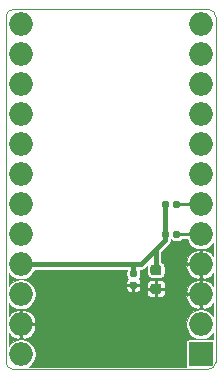
<source format=gbr>
%TF.GenerationSoftware,KiCad,Pcbnew,5.1.7+dfsg1-1~bpo10+1*%
%TF.CreationDate,Date%
%TF.ProjectId,ProMicro_TEST,50726f4d-6963-4726-9f5f-544553542e6b,v1.0*%
%TF.SameCoordinates,Original*%
%TF.FileFunction,Copper,L2,Bot*%
%TF.FilePolarity,Positive*%
%FSLAX45Y45*%
G04 Gerber Fmt 4.5, Leading zero omitted, Abs format (unit mm)*
G04 Created by KiCad*
%MOMM*%
%LPD*%
G01*
G04 APERTURE LIST*
%TA.AperFunction,Profile*%
%ADD10C,0.100000*%
%TD*%
%TA.AperFunction,ComponentPad*%
%ADD11R,2.000000X2.000000*%
%TD*%
%TA.AperFunction,ComponentPad*%
%ADD12O,2.000000X2.000000*%
%TD*%
%TA.AperFunction,Conductor*%
%ADD13C,0.400000*%
%TD*%
%TA.AperFunction,Conductor*%
%ADD14C,0.250000*%
%TD*%
%TA.AperFunction,Conductor*%
%ADD15C,0.125000*%
%TD*%
%TA.AperFunction,Conductor*%
%ADD16C,0.150000*%
%TD*%
%ADD17C,0.350000*%
G04 APERTURE END LIST*
D10*
X127000Y2857500D02*
X127000Y-63500D01*
X-1651000Y-63500D02*
X-1651000Y2857500D01*
X-1587500Y-127000D02*
G75*
G02*
X-1651000Y-63500I0J63500D01*
G01*
X127000Y-63500D02*
G75*
G02*
X63500Y-127000I-63500J0D01*
G01*
X63500Y2921000D02*
G75*
G02*
X127000Y2857500I0J-63500D01*
G01*
X-1651000Y2857500D02*
G75*
G02*
X-1587500Y2921000I63500J0D01*
G01*
X63500Y-127000D02*
X-1587500Y-127000D01*
X-1587500Y2921000D02*
X63500Y2921000D01*
D11*
X0Y0D03*
D12*
X0Y254000D03*
X0Y508000D03*
X-1524000Y2794000D03*
X0Y762000D03*
X-1524000Y2540000D03*
X0Y1016000D03*
X-1524000Y2286000D03*
X0Y1270000D03*
X-1524000Y2032000D03*
X0Y1524000D03*
X-1524000Y1778000D03*
X0Y1778000D03*
X-1524000Y1524000D03*
X0Y2032000D03*
X-1524000Y1270000D03*
X0Y2286000D03*
X-1524000Y1016000D03*
X0Y2540000D03*
X-1524000Y762000D03*
X0Y2794000D03*
X-1524000Y508000D03*
X-1524000Y254000D03*
X-1524000Y0D03*
%TA.AperFunction,SMDPad,CuDef*%
G36*
G01*
X-273000Y1033250D02*
X-273000Y998750D01*
G75*
G02*
X-287750Y984000I-14750J0D01*
G01*
X-317250Y984000D01*
G75*
G02*
X-332000Y998750I0J14750D01*
G01*
X-332000Y1033250D01*
G75*
G02*
X-317250Y1048000I14750J0D01*
G01*
X-287750Y1048000D01*
G75*
G02*
X-273000Y1033250I0J-14750D01*
G01*
G37*
%TD.AperFunction*%
%TA.AperFunction,SMDPad,CuDef*%
G36*
G01*
X-176000Y1033250D02*
X-176000Y998750D01*
G75*
G02*
X-190750Y984000I-14750J0D01*
G01*
X-220250Y984000D01*
G75*
G02*
X-235000Y998750I0J14750D01*
G01*
X-235000Y1033250D01*
G75*
G02*
X-220250Y1048000I14750J0D01*
G01*
X-190750Y1048000D01*
G75*
G02*
X-176000Y1033250I0J-14750D01*
G01*
G37*
%TD.AperFunction*%
%TA.AperFunction,SMDPad,CuDef*%
G36*
G01*
X-273000Y1287250D02*
X-273000Y1252750D01*
G75*
G02*
X-287750Y1238000I-14750J0D01*
G01*
X-317250Y1238000D01*
G75*
G02*
X-332000Y1252750I0J14750D01*
G01*
X-332000Y1287250D01*
G75*
G02*
X-317250Y1302000I14750J0D01*
G01*
X-287750Y1302000D01*
G75*
G02*
X-273000Y1287250I0J-14750D01*
G01*
G37*
%TD.AperFunction*%
%TA.AperFunction,SMDPad,CuDef*%
G36*
G01*
X-176000Y1287250D02*
X-176000Y1252750D01*
G75*
G02*
X-190750Y1238000I-14750J0D01*
G01*
X-220250Y1238000D01*
G75*
G02*
X-235000Y1252750I0J14750D01*
G01*
X-235000Y1287250D01*
G75*
G02*
X-220250Y1302000I14750J0D01*
G01*
X-190750Y1302000D01*
G75*
G02*
X-176000Y1287250I0J-14750D01*
G01*
G37*
%TD.AperFunction*%
%TA.AperFunction,SMDPad,CuDef*%
G36*
G01*
X-406625Y600000D02*
X-355375Y600000D01*
G75*
G02*
X-333500Y578125I0J-21875D01*
G01*
X-333500Y534375D01*
G75*
G02*
X-355375Y512500I-21875J0D01*
G01*
X-406625Y512500D01*
G75*
G02*
X-428500Y534375I0J21875D01*
G01*
X-428500Y578125D01*
G75*
G02*
X-406625Y600000I21875J0D01*
G01*
G37*
%TD.AperFunction*%
%TA.AperFunction,SMDPad,CuDef*%
G36*
G01*
X-406625Y757500D02*
X-355375Y757500D01*
G75*
G02*
X-333500Y735625I0J-21875D01*
G01*
X-333500Y691875D01*
G75*
G02*
X-355375Y670000I-21875J0D01*
G01*
X-406625Y670000D01*
G75*
G02*
X-428500Y691875I0J21875D01*
G01*
X-428500Y735625D01*
G75*
G02*
X-406625Y757500I21875J0D01*
G01*
G37*
%TD.AperFunction*%
%TA.AperFunction,SMDPad,CuDef*%
G36*
G01*
X-588750Y616000D02*
X-554250Y616000D01*
G75*
G02*
X-539500Y601250I0J-14750D01*
G01*
X-539500Y571750D01*
G75*
G02*
X-554250Y557000I-14750J0D01*
G01*
X-588750Y557000D01*
G75*
G02*
X-603500Y571750I0J14750D01*
G01*
X-603500Y601250D01*
G75*
G02*
X-588750Y616000I14750J0D01*
G01*
G37*
%TD.AperFunction*%
%TA.AperFunction,SMDPad,CuDef*%
G36*
G01*
X-588750Y713000D02*
X-554250Y713000D01*
G75*
G02*
X-539500Y698250I0J-14750D01*
G01*
X-539500Y668750D01*
G75*
G02*
X-554250Y654000I-14750J0D01*
G01*
X-588750Y654000D01*
G75*
G02*
X-603500Y668750I0J14750D01*
G01*
X-603500Y698250D01*
G75*
G02*
X-588750Y713000I14750J0D01*
G01*
G37*
%TD.AperFunction*%
D13*
X-571500Y683500D02*
X-571500Y762000D01*
X-571500Y762000D02*
X-508000Y762000D01*
X-1524000Y762000D02*
X-571500Y762000D01*
X-381000Y889000D02*
X-368300Y901700D01*
X-381000Y713750D02*
X-381000Y889000D01*
X-508000Y762000D02*
X-368300Y901700D01*
X-317500Y952500D02*
X-368300Y901700D01*
X-302500Y967500D02*
X-317500Y952500D01*
X-302500Y1016000D02*
X-302500Y967500D01*
X-302500Y1016000D02*
X-302500Y1158000D01*
X-302500Y1270000D02*
X-302500Y1158000D01*
D14*
X0Y1270000D02*
X-203200Y1270000D01*
X-205500Y1016000D02*
X-165100Y1016000D01*
X0Y1016000D02*
X-165100Y1016000D01*
D15*
X-111881Y956198D02*
X-98065Y935520D01*
X-80480Y917935D01*
X-59802Y904119D01*
X-36826Y894602D01*
X-12434Y889750D01*
X12434Y889750D01*
X36826Y894602D01*
X59802Y904119D01*
X80480Y917935D01*
X98065Y935520D01*
X103250Y943281D01*
X103250Y833858D01*
X91918Y848546D01*
X73268Y864815D01*
X51801Y877134D01*
X28345Y885027D01*
X8750Y881384D01*
X8750Y770750D01*
X10750Y770750D01*
X10750Y753250D01*
X8750Y753250D01*
X8750Y642616D01*
X28345Y638973D01*
X51801Y646866D01*
X73268Y659185D01*
X91918Y675454D01*
X103250Y690142D01*
X103250Y579858D01*
X91918Y594546D01*
X73268Y610816D01*
X51801Y623134D01*
X28345Y631027D01*
X8750Y627384D01*
X8750Y516750D01*
X10750Y516750D01*
X10750Y499250D01*
X8750Y499250D01*
X8750Y388616D01*
X28345Y384973D01*
X51801Y392866D01*
X73268Y405184D01*
X91918Y421454D01*
X103250Y436142D01*
X103250Y326719D01*
X98065Y334480D01*
X80480Y352065D01*
X59802Y365881D01*
X36826Y375398D01*
X12434Y380250D01*
X-12434Y380250D01*
X-36826Y375398D01*
X-59802Y365881D01*
X-80480Y352065D01*
X-98065Y334480D01*
X-111881Y313802D01*
X-121398Y290826D01*
X-126250Y266435D01*
X-126250Y241565D01*
X-121398Y217174D01*
X-111881Y194198D01*
X-98065Y173520D01*
X-80480Y155935D01*
X-59802Y142119D01*
X-36826Y132602D01*
X-12434Y127750D01*
X12434Y127750D01*
X36826Y132602D01*
X59802Y142119D01*
X80480Y155935D01*
X98065Y173520D01*
X103250Y181281D01*
X103250Y126057D01*
X100000Y126377D01*
X-100000Y126377D01*
X-105146Y125870D01*
X-110094Y124369D01*
X-114654Y121932D01*
X-118651Y118651D01*
X-121932Y114654D01*
X-124369Y110094D01*
X-125870Y105146D01*
X-126377Y100000D01*
X-126377Y-100000D01*
X-126057Y-103250D01*
X-1451280Y-103250D01*
X-1443520Y-98065D01*
X-1425935Y-80480D01*
X-1412119Y-59802D01*
X-1402602Y-36826D01*
X-1397750Y-12434D01*
X-1397750Y12434D01*
X-1402602Y36826D01*
X-1412119Y59802D01*
X-1425935Y80480D01*
X-1443520Y98065D01*
X-1464198Y111881D01*
X-1487174Y121398D01*
X-1511565Y126250D01*
X-1536434Y126250D01*
X-1560826Y121398D01*
X-1583802Y111881D01*
X-1604480Y98065D01*
X-1622065Y80480D01*
X-1627250Y72720D01*
X-1627250Y182142D01*
X-1615918Y167454D01*
X-1597268Y151185D01*
X-1575801Y138866D01*
X-1552345Y130973D01*
X-1532750Y134616D01*
X-1532750Y245250D01*
X-1515250Y245250D01*
X-1515250Y134616D01*
X-1495655Y130973D01*
X-1472198Y138866D01*
X-1450732Y151185D01*
X-1432082Y167454D01*
X-1416964Y187049D01*
X-1405959Y209217D01*
X-1400973Y225655D01*
X-1404633Y245250D01*
X-1515250Y245250D01*
X-1532750Y245250D01*
X-1534750Y245250D01*
X-1534750Y262750D01*
X-1532750Y262750D01*
X-1532750Y373384D01*
X-1515250Y373384D01*
X-1515250Y262750D01*
X-1404633Y262750D01*
X-1400973Y282345D01*
X-1405959Y298783D01*
X-1416964Y320951D01*
X-1432082Y340546D01*
X-1450732Y356815D01*
X-1472198Y369134D01*
X-1495655Y377027D01*
X-1515250Y373384D01*
X-1532750Y373384D01*
X-1552345Y377027D01*
X-1575801Y369134D01*
X-1597268Y356815D01*
X-1615918Y340546D01*
X-1627250Y325858D01*
X-1627250Y435280D01*
X-1622065Y427520D01*
X-1604480Y409935D01*
X-1583802Y396119D01*
X-1560826Y386602D01*
X-1536434Y381750D01*
X-1511565Y381750D01*
X-1487174Y386602D01*
X-1464198Y396119D01*
X-1443520Y409935D01*
X-1425935Y427520D01*
X-1412119Y448198D01*
X-1402602Y471174D01*
X-1400915Y479655D01*
X-123027Y479655D01*
X-118041Y463217D01*
X-107036Y441049D01*
X-91918Y421454D01*
X-73268Y405184D01*
X-51801Y392866D01*
X-28345Y384973D01*
X-8750Y388616D01*
X-8750Y499250D01*
X-119367Y499250D01*
X-123027Y479655D01*
X-1400915Y479655D01*
X-1397750Y495565D01*
X-1397750Y512500D01*
X-454877Y512500D01*
X-454370Y507354D01*
X-452869Y502406D01*
X-450432Y497846D01*
X-447151Y493849D01*
X-443154Y490568D01*
X-438594Y488131D01*
X-433646Y486630D01*
X-428500Y486123D01*
X-396312Y486250D01*
X-389750Y492812D01*
X-389750Y547500D01*
X-372250Y547500D01*
X-372250Y492812D01*
X-365687Y486250D01*
X-333500Y486123D01*
X-328354Y486630D01*
X-323406Y488131D01*
X-318846Y490568D01*
X-314849Y493849D01*
X-311568Y497846D01*
X-309131Y502406D01*
X-307630Y507354D01*
X-307123Y512500D01*
X-307229Y536345D01*
X-123027Y536345D01*
X-119367Y516750D01*
X-8750Y516750D01*
X-8750Y627384D01*
X-28345Y631027D01*
X-51801Y623134D01*
X-73268Y610816D01*
X-91918Y594546D01*
X-107036Y574951D01*
X-118041Y552783D01*
X-123027Y536345D01*
X-307229Y536345D01*
X-307250Y540938D01*
X-313813Y547500D01*
X-372250Y547500D01*
X-389750Y547500D01*
X-448187Y547500D01*
X-454750Y540938D01*
X-454877Y512500D01*
X-1397750Y512500D01*
X-1397750Y520434D01*
X-1402602Y544826D01*
X-1407644Y557000D01*
X-629877Y557000D01*
X-629370Y551854D01*
X-627869Y546906D01*
X-625432Y542346D01*
X-622151Y538349D01*
X-618154Y535068D01*
X-613594Y532631D01*
X-608646Y531130D01*
X-603500Y530623D01*
X-586813Y530750D01*
X-580250Y537313D01*
X-580250Y577750D01*
X-562750Y577750D01*
X-562750Y537313D01*
X-556188Y530750D01*
X-539500Y530623D01*
X-534354Y531130D01*
X-529406Y532631D01*
X-524846Y535068D01*
X-520849Y538349D01*
X-517568Y542346D01*
X-515131Y546906D01*
X-513630Y551854D01*
X-513123Y557000D01*
X-513250Y571188D01*
X-519812Y577750D01*
X-562750Y577750D01*
X-580250Y577750D01*
X-623188Y577750D01*
X-629750Y571188D01*
X-629877Y557000D01*
X-1407644Y557000D01*
X-1412119Y567802D01*
X-1425935Y588480D01*
X-1443520Y606065D01*
X-1464198Y619881D01*
X-1487174Y629398D01*
X-1511565Y634250D01*
X-1536434Y634250D01*
X-1560826Y629398D01*
X-1583802Y619881D01*
X-1604480Y606065D01*
X-1622065Y588480D01*
X-1627250Y580720D01*
X-1627250Y689281D01*
X-1622065Y681520D01*
X-1604480Y663935D01*
X-1583802Y650119D01*
X-1560826Y640602D01*
X-1536434Y635750D01*
X-1511565Y635750D01*
X-1487174Y640602D01*
X-1464198Y650119D01*
X-1443520Y663935D01*
X-1425935Y681520D01*
X-1412119Y702198D01*
X-1406505Y715750D01*
X-625805Y715750D01*
X-626746Y713989D01*
X-629087Y706273D01*
X-629877Y698250D01*
X-629877Y668750D01*
X-629087Y660727D01*
X-626746Y653011D01*
X-622946Y645901D01*
X-617831Y639669D01*
X-616677Y638721D01*
X-618154Y637932D01*
X-622151Y634651D01*
X-625432Y630654D01*
X-627869Y626094D01*
X-629370Y621146D01*
X-629877Y616000D01*
X-629750Y601813D01*
X-623188Y595250D01*
X-580250Y595250D01*
X-580250Y597250D01*
X-562750Y597250D01*
X-562750Y595250D01*
X-519812Y595250D01*
X-515062Y600000D01*
X-454877Y600000D01*
X-454750Y571563D01*
X-448187Y565000D01*
X-389750Y565000D01*
X-389750Y619688D01*
X-372250Y619688D01*
X-372250Y565000D01*
X-313813Y565000D01*
X-307250Y571563D01*
X-307123Y600000D01*
X-307630Y605146D01*
X-309131Y610094D01*
X-311568Y614654D01*
X-314849Y618651D01*
X-318846Y621932D01*
X-323406Y624369D01*
X-328354Y625870D01*
X-333500Y626377D01*
X-365687Y626250D01*
X-372250Y619688D01*
X-389750Y619688D01*
X-396312Y626250D01*
X-428500Y626377D01*
X-433646Y625870D01*
X-438594Y624369D01*
X-443154Y621932D01*
X-447151Y618651D01*
X-450432Y614654D01*
X-452869Y610094D01*
X-454370Y605146D01*
X-454877Y600000D01*
X-515062Y600000D01*
X-513250Y601813D01*
X-513123Y616000D01*
X-513630Y621146D01*
X-515131Y626094D01*
X-517568Y630654D01*
X-520849Y634651D01*
X-524846Y637932D01*
X-526323Y638721D01*
X-525169Y639669D01*
X-520054Y645901D01*
X-516254Y653011D01*
X-513913Y660727D01*
X-513123Y668750D01*
X-513123Y698250D01*
X-513913Y706273D01*
X-516254Y713989D01*
X-517195Y715750D01*
X-510271Y715750D01*
X-508000Y715526D01*
X-505729Y715750D01*
X-498933Y716419D01*
X-490215Y719064D01*
X-482181Y723358D01*
X-475138Y729138D01*
X-473690Y730903D01*
X-451509Y753083D01*
X-453950Y745038D01*
X-454877Y735625D01*
X-454877Y691875D01*
X-453950Y682462D01*
X-451204Y673410D01*
X-446745Y665068D01*
X-440744Y657756D01*
X-433432Y651755D01*
X-425090Y647296D01*
X-416038Y644550D01*
X-406625Y643623D01*
X-355375Y643623D01*
X-345962Y644550D01*
X-336910Y647296D01*
X-328568Y651755D01*
X-321256Y657756D01*
X-315255Y665068D01*
X-310796Y673410D01*
X-308050Y682462D01*
X-307123Y691875D01*
X-307123Y733655D01*
X-123027Y733655D01*
X-118041Y717217D01*
X-107036Y695049D01*
X-91918Y675454D01*
X-73268Y659185D01*
X-51801Y646866D01*
X-28345Y638973D01*
X-8750Y642616D01*
X-8750Y753250D01*
X-119367Y753250D01*
X-123027Y733655D01*
X-307123Y733655D01*
X-307123Y735625D01*
X-308050Y745038D01*
X-310796Y754090D01*
X-315255Y762432D01*
X-321256Y769744D01*
X-328568Y775745D01*
X-334750Y779050D01*
X-334750Y790345D01*
X-123027Y790345D01*
X-119367Y770750D01*
X-8750Y770750D01*
X-8750Y881384D01*
X-28345Y885027D01*
X-51801Y877134D01*
X-73268Y864815D01*
X-91918Y848546D01*
X-107036Y828951D01*
X-118041Y806783D01*
X-123027Y790345D01*
X-334750Y790345D01*
X-334750Y869843D01*
X-333990Y870602D01*
X-333990Y870603D01*
X-283190Y921402D01*
X-283190Y921403D01*
X-271403Y933190D01*
X-269638Y934638D01*
X-263859Y941681D01*
X-259564Y949715D01*
X-256919Y958433D01*
X-256611Y961566D01*
X-256026Y967500D01*
X-256250Y969771D01*
X-256250Y972616D01*
X-254000Y975358D01*
X-249331Y969669D01*
X-243099Y964554D01*
X-235989Y960754D01*
X-228273Y958413D01*
X-220250Y957623D01*
X-190750Y957623D01*
X-182726Y958413D01*
X-175011Y960754D01*
X-167901Y964554D01*
X-161669Y969669D01*
X-156554Y975901D01*
X-155833Y977250D01*
X-120601Y977250D01*
X-111881Y956198D01*
%TA.AperFunction,Conductor*%
D16*
G36*
X-111881Y956198D02*
G01*
X-98065Y935520D01*
X-80480Y917935D01*
X-59802Y904119D01*
X-36826Y894602D01*
X-12434Y889750D01*
X12434Y889750D01*
X36826Y894602D01*
X59802Y904119D01*
X80480Y917935D01*
X98065Y935520D01*
X103250Y943281D01*
X103250Y833858D01*
X91918Y848546D01*
X73268Y864815D01*
X51801Y877134D01*
X28345Y885027D01*
X8750Y881384D01*
X8750Y770750D01*
X10750Y770750D01*
X10750Y753250D01*
X8750Y753250D01*
X8750Y642616D01*
X28345Y638973D01*
X51801Y646866D01*
X73268Y659185D01*
X91918Y675454D01*
X103250Y690142D01*
X103250Y579858D01*
X91918Y594546D01*
X73268Y610816D01*
X51801Y623134D01*
X28345Y631027D01*
X8750Y627384D01*
X8750Y516750D01*
X10750Y516750D01*
X10750Y499250D01*
X8750Y499250D01*
X8750Y388616D01*
X28345Y384973D01*
X51801Y392866D01*
X73268Y405184D01*
X91918Y421454D01*
X103250Y436142D01*
X103250Y326719D01*
X98065Y334480D01*
X80480Y352065D01*
X59802Y365881D01*
X36826Y375398D01*
X12434Y380250D01*
X-12434Y380250D01*
X-36826Y375398D01*
X-59802Y365881D01*
X-80480Y352065D01*
X-98065Y334480D01*
X-111881Y313802D01*
X-121398Y290826D01*
X-126250Y266435D01*
X-126250Y241565D01*
X-121398Y217174D01*
X-111881Y194198D01*
X-98065Y173520D01*
X-80480Y155935D01*
X-59802Y142119D01*
X-36826Y132602D01*
X-12434Y127750D01*
X12434Y127750D01*
X36826Y132602D01*
X59802Y142119D01*
X80480Y155935D01*
X98065Y173520D01*
X103250Y181281D01*
X103250Y126057D01*
X100000Y126377D01*
X-100000Y126377D01*
X-105146Y125870D01*
X-110094Y124369D01*
X-114654Y121932D01*
X-118651Y118651D01*
X-121932Y114654D01*
X-124369Y110094D01*
X-125870Y105146D01*
X-126377Y100000D01*
X-126377Y-100000D01*
X-126057Y-103250D01*
X-1451280Y-103250D01*
X-1443520Y-98065D01*
X-1425935Y-80480D01*
X-1412119Y-59802D01*
X-1402602Y-36826D01*
X-1397750Y-12434D01*
X-1397750Y12434D01*
X-1402602Y36826D01*
X-1412119Y59802D01*
X-1425935Y80480D01*
X-1443520Y98065D01*
X-1464198Y111881D01*
X-1487174Y121398D01*
X-1511565Y126250D01*
X-1536434Y126250D01*
X-1560826Y121398D01*
X-1583802Y111881D01*
X-1604480Y98065D01*
X-1622065Y80480D01*
X-1627250Y72720D01*
X-1627250Y182142D01*
X-1615918Y167454D01*
X-1597268Y151185D01*
X-1575801Y138866D01*
X-1552345Y130973D01*
X-1532750Y134616D01*
X-1532750Y245250D01*
X-1515250Y245250D01*
X-1515250Y134616D01*
X-1495655Y130973D01*
X-1472198Y138866D01*
X-1450732Y151185D01*
X-1432082Y167454D01*
X-1416964Y187049D01*
X-1405959Y209217D01*
X-1400973Y225655D01*
X-1404633Y245250D01*
X-1515250Y245250D01*
X-1532750Y245250D01*
X-1534750Y245250D01*
X-1534750Y262750D01*
X-1532750Y262750D01*
X-1532750Y373384D01*
X-1515250Y373384D01*
X-1515250Y262750D01*
X-1404633Y262750D01*
X-1400973Y282345D01*
X-1405959Y298783D01*
X-1416964Y320951D01*
X-1432082Y340546D01*
X-1450732Y356815D01*
X-1472198Y369134D01*
X-1495655Y377027D01*
X-1515250Y373384D01*
X-1532750Y373384D01*
X-1552345Y377027D01*
X-1575801Y369134D01*
X-1597268Y356815D01*
X-1615918Y340546D01*
X-1627250Y325858D01*
X-1627250Y435280D01*
X-1622065Y427520D01*
X-1604480Y409935D01*
X-1583802Y396119D01*
X-1560826Y386602D01*
X-1536434Y381750D01*
X-1511565Y381750D01*
X-1487174Y386602D01*
X-1464198Y396119D01*
X-1443520Y409935D01*
X-1425935Y427520D01*
X-1412119Y448198D01*
X-1402602Y471174D01*
X-1400915Y479655D01*
X-123027Y479655D01*
X-118041Y463217D01*
X-107036Y441049D01*
X-91918Y421454D01*
X-73268Y405184D01*
X-51801Y392866D01*
X-28345Y384973D01*
X-8750Y388616D01*
X-8750Y499250D01*
X-119367Y499250D01*
X-123027Y479655D01*
X-1400915Y479655D01*
X-1397750Y495565D01*
X-1397750Y512500D01*
X-454877Y512500D01*
X-454370Y507354D01*
X-452869Y502406D01*
X-450432Y497846D01*
X-447151Y493849D01*
X-443154Y490568D01*
X-438594Y488131D01*
X-433646Y486630D01*
X-428500Y486123D01*
X-396312Y486250D01*
X-389750Y492812D01*
X-389750Y547500D01*
X-372250Y547500D01*
X-372250Y492812D01*
X-365687Y486250D01*
X-333500Y486123D01*
X-328354Y486630D01*
X-323406Y488131D01*
X-318846Y490568D01*
X-314849Y493849D01*
X-311568Y497846D01*
X-309131Y502406D01*
X-307630Y507354D01*
X-307123Y512500D01*
X-307229Y536345D01*
X-123027Y536345D01*
X-119367Y516750D01*
X-8750Y516750D01*
X-8750Y627384D01*
X-28345Y631027D01*
X-51801Y623134D01*
X-73268Y610816D01*
X-91918Y594546D01*
X-107036Y574951D01*
X-118041Y552783D01*
X-123027Y536345D01*
X-307229Y536345D01*
X-307250Y540938D01*
X-313813Y547500D01*
X-372250Y547500D01*
X-389750Y547500D01*
X-448187Y547500D01*
X-454750Y540938D01*
X-454877Y512500D01*
X-1397750Y512500D01*
X-1397750Y520434D01*
X-1402602Y544826D01*
X-1407644Y557000D01*
X-629877Y557000D01*
X-629370Y551854D01*
X-627869Y546906D01*
X-625432Y542346D01*
X-622151Y538349D01*
X-618154Y535068D01*
X-613594Y532631D01*
X-608646Y531130D01*
X-603500Y530623D01*
X-586813Y530750D01*
X-580250Y537313D01*
X-580250Y577750D01*
X-562750Y577750D01*
X-562750Y537313D01*
X-556188Y530750D01*
X-539500Y530623D01*
X-534354Y531130D01*
X-529406Y532631D01*
X-524846Y535068D01*
X-520849Y538349D01*
X-517568Y542346D01*
X-515131Y546906D01*
X-513630Y551854D01*
X-513123Y557000D01*
X-513250Y571188D01*
X-519812Y577750D01*
X-562750Y577750D01*
X-580250Y577750D01*
X-623188Y577750D01*
X-629750Y571188D01*
X-629877Y557000D01*
X-1407644Y557000D01*
X-1412119Y567802D01*
X-1425935Y588480D01*
X-1443520Y606065D01*
X-1464198Y619881D01*
X-1487174Y629398D01*
X-1511565Y634250D01*
X-1536434Y634250D01*
X-1560826Y629398D01*
X-1583802Y619881D01*
X-1604480Y606065D01*
X-1622065Y588480D01*
X-1627250Y580720D01*
X-1627250Y689281D01*
X-1622065Y681520D01*
X-1604480Y663935D01*
X-1583802Y650119D01*
X-1560826Y640602D01*
X-1536434Y635750D01*
X-1511565Y635750D01*
X-1487174Y640602D01*
X-1464198Y650119D01*
X-1443520Y663935D01*
X-1425935Y681520D01*
X-1412119Y702198D01*
X-1406505Y715750D01*
X-625805Y715750D01*
X-626746Y713989D01*
X-629087Y706273D01*
X-629877Y698250D01*
X-629877Y668750D01*
X-629087Y660727D01*
X-626746Y653011D01*
X-622946Y645901D01*
X-617831Y639669D01*
X-616677Y638721D01*
X-618154Y637932D01*
X-622151Y634651D01*
X-625432Y630654D01*
X-627869Y626094D01*
X-629370Y621146D01*
X-629877Y616000D01*
X-629750Y601813D01*
X-623188Y595250D01*
X-580250Y595250D01*
X-580250Y597250D01*
X-562750Y597250D01*
X-562750Y595250D01*
X-519812Y595250D01*
X-515062Y600000D01*
X-454877Y600000D01*
X-454750Y571563D01*
X-448187Y565000D01*
X-389750Y565000D01*
X-389750Y619688D01*
X-372250Y619688D01*
X-372250Y565000D01*
X-313813Y565000D01*
X-307250Y571563D01*
X-307123Y600000D01*
X-307630Y605146D01*
X-309131Y610094D01*
X-311568Y614654D01*
X-314849Y618651D01*
X-318846Y621932D01*
X-323406Y624369D01*
X-328354Y625870D01*
X-333500Y626377D01*
X-365687Y626250D01*
X-372250Y619688D01*
X-389750Y619688D01*
X-396312Y626250D01*
X-428500Y626377D01*
X-433646Y625870D01*
X-438594Y624369D01*
X-443154Y621932D01*
X-447151Y618651D01*
X-450432Y614654D01*
X-452869Y610094D01*
X-454370Y605146D01*
X-454877Y600000D01*
X-515062Y600000D01*
X-513250Y601813D01*
X-513123Y616000D01*
X-513630Y621146D01*
X-515131Y626094D01*
X-517568Y630654D01*
X-520849Y634651D01*
X-524846Y637932D01*
X-526323Y638721D01*
X-525169Y639669D01*
X-520054Y645901D01*
X-516254Y653011D01*
X-513913Y660727D01*
X-513123Y668750D01*
X-513123Y698250D01*
X-513913Y706273D01*
X-516254Y713989D01*
X-517195Y715750D01*
X-510271Y715750D01*
X-508000Y715526D01*
X-505729Y715750D01*
X-498933Y716419D01*
X-490215Y719064D01*
X-482181Y723358D01*
X-475138Y729138D01*
X-473690Y730903D01*
X-451509Y753083D01*
X-453950Y745038D01*
X-454877Y735625D01*
X-454877Y691875D01*
X-453950Y682462D01*
X-451204Y673410D01*
X-446745Y665068D01*
X-440744Y657756D01*
X-433432Y651755D01*
X-425090Y647296D01*
X-416038Y644550D01*
X-406625Y643623D01*
X-355375Y643623D01*
X-345962Y644550D01*
X-336910Y647296D01*
X-328568Y651755D01*
X-321256Y657756D01*
X-315255Y665068D01*
X-310796Y673410D01*
X-308050Y682462D01*
X-307123Y691875D01*
X-307123Y733655D01*
X-123027Y733655D01*
X-118041Y717217D01*
X-107036Y695049D01*
X-91918Y675454D01*
X-73268Y659185D01*
X-51801Y646866D01*
X-28345Y638973D01*
X-8750Y642616D01*
X-8750Y753250D01*
X-119367Y753250D01*
X-123027Y733655D01*
X-307123Y733655D01*
X-307123Y735625D01*
X-308050Y745038D01*
X-310796Y754090D01*
X-315255Y762432D01*
X-321256Y769744D01*
X-328568Y775745D01*
X-334750Y779050D01*
X-334750Y790345D01*
X-123027Y790345D01*
X-119367Y770750D01*
X-8750Y770750D01*
X-8750Y881384D01*
X-28345Y885027D01*
X-51801Y877134D01*
X-73268Y864815D01*
X-91918Y848546D01*
X-107036Y828951D01*
X-118041Y806783D01*
X-123027Y790345D01*
X-334750Y790345D01*
X-334750Y869843D01*
X-333990Y870602D01*
X-333990Y870603D01*
X-283190Y921402D01*
X-283190Y921403D01*
X-271403Y933190D01*
X-269638Y934638D01*
X-263859Y941681D01*
X-259564Y949715D01*
X-256919Y958433D01*
X-256611Y961566D01*
X-256026Y967500D01*
X-256250Y969771D01*
X-256250Y972616D01*
X-254000Y975358D01*
X-249331Y969669D01*
X-243099Y964554D01*
X-235989Y960754D01*
X-228273Y958413D01*
X-220250Y957623D01*
X-190750Y957623D01*
X-182726Y958413D01*
X-175011Y960754D01*
X-167901Y964554D01*
X-161669Y969669D01*
X-156554Y975901D01*
X-155833Y977250D01*
X-120601Y977250D01*
X-111881Y956198D01*
G37*
%TD.AperFunction*%
D17*
X0Y0D03*
X0Y254000D03*
X0Y508000D03*
X-1524000Y2794000D03*
X0Y762000D03*
X-1524000Y2540000D03*
X0Y1016000D03*
X-1524000Y2286000D03*
X0Y1270000D03*
X-1524000Y2032000D03*
X0Y1524000D03*
X-1524000Y1778000D03*
X0Y1778000D03*
X-1524000Y1524000D03*
X0Y2032000D03*
X-1524000Y1270000D03*
X0Y2286000D03*
X-1524000Y1016000D03*
X0Y2540000D03*
X-1524000Y762000D03*
X0Y2794000D03*
X-1524000Y508000D03*
X-1524000Y254000D03*
X-1524000Y0D03*
M02*

</source>
